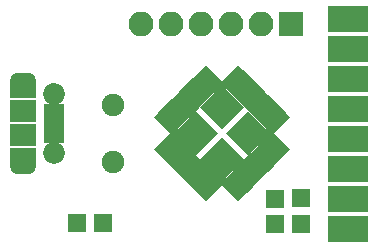
<source format=gbr>
G04 #@! TF.FileFunction,Soldermask,Top*
%FSLAX46Y46*%
G04 Gerber Fmt 4.6, Leading zero omitted, Abs format (unit mm)*
G04 Created by KiCad (PCBNEW 4.0.7) date 11/14/17 20:41:01*
%MOMM*%
%LPD*%
G01*
G04 APERTURE LIST*
%ADD10C,0.100000*%
%ADD11R,2.300000X1.900000*%
%ADD12C,1.850000*%
%ADD13R,1.750000X0.800000*%
%ADD14O,2.300000X1.600000*%
%ADD15R,2.300000X1.600000*%
%ADD16R,2.100000X2.100000*%
%ADD17O,2.100000X2.100000*%
%ADD18C,1.900000*%
%ADD19R,1.600000X1.600000*%
G04 APERTURE END LIST*
D10*
G36*
X133473553Y-109559128D02*
X131953274Y-108038849D01*
X132448249Y-107543874D01*
X133968528Y-109064153D01*
X133473553Y-109559128D01*
X133473553Y-109559128D01*
G37*
G36*
X133827106Y-109205575D02*
X132306827Y-107685296D01*
X132801802Y-107190321D01*
X134322081Y-108710600D01*
X133827106Y-109205575D01*
X133827106Y-109205575D01*
G37*
G36*
X134180660Y-108852021D02*
X132660381Y-107331742D01*
X133155356Y-106836767D01*
X134675635Y-108357046D01*
X134180660Y-108852021D01*
X134180660Y-108852021D01*
G37*
G36*
X134534213Y-108498468D02*
X133013934Y-106978189D01*
X133508909Y-106483214D01*
X135029188Y-108003493D01*
X134534213Y-108498468D01*
X134534213Y-108498468D01*
G37*
G36*
X134887766Y-108144915D02*
X133367487Y-106624636D01*
X133862462Y-106129661D01*
X135382741Y-107649940D01*
X134887766Y-108144915D01*
X134887766Y-108144915D01*
G37*
G36*
X134216016Y-105776107D02*
X135736295Y-107296386D01*
X135241320Y-107791361D01*
X133721041Y-106271082D01*
X134216016Y-105776107D01*
X134216016Y-105776107D01*
G37*
G36*
X135594873Y-107437808D02*
X134074594Y-105917529D01*
X134569569Y-105422554D01*
X136089848Y-106942833D01*
X135594873Y-107437808D01*
X135594873Y-107437808D01*
G37*
G36*
X135948427Y-107084254D02*
X134428148Y-105563975D01*
X134923123Y-105069000D01*
X136443402Y-106589279D01*
X135948427Y-107084254D01*
X135948427Y-107084254D01*
G37*
G36*
X136301980Y-106730701D02*
X134781701Y-105210422D01*
X135276676Y-104715447D01*
X136796955Y-106235726D01*
X136301980Y-106730701D01*
X136301980Y-106730701D01*
G37*
G36*
X136655533Y-106377148D02*
X135135254Y-104856869D01*
X135630229Y-104361894D01*
X137150508Y-105882173D01*
X136655533Y-106377148D01*
X136655533Y-106377148D01*
G37*
G36*
X137009087Y-106023594D02*
X135488808Y-104503315D01*
X135983783Y-104008340D01*
X137504062Y-105528619D01*
X137009087Y-106023594D01*
X137009087Y-106023594D01*
G37*
G36*
X137362640Y-105670041D02*
X135842361Y-104149762D01*
X136337336Y-103654787D01*
X137857615Y-105175066D01*
X137362640Y-105670041D01*
X137362640Y-105670041D01*
G37*
G36*
X136089848Y-111892581D02*
X134569569Y-113412860D01*
X134074594Y-112917885D01*
X135594873Y-111397606D01*
X136089848Y-111892581D01*
X136089848Y-111892581D01*
G37*
G36*
X135736295Y-111539028D02*
X134216016Y-113059307D01*
X133721041Y-112564332D01*
X135241320Y-111044053D01*
X135736295Y-111539028D01*
X135736295Y-111539028D01*
G37*
G36*
X135382741Y-111185474D02*
X133862462Y-112705753D01*
X133367487Y-112210778D01*
X134887766Y-110690499D01*
X135382741Y-111185474D01*
X135382741Y-111185474D01*
G37*
G36*
X135029188Y-110831921D02*
X133508909Y-112352200D01*
X133013934Y-111857225D01*
X134534213Y-110336946D01*
X135029188Y-110831921D01*
X135029188Y-110831921D01*
G37*
G36*
X134675635Y-110478368D02*
X133155356Y-111998647D01*
X132660381Y-111503672D01*
X134180660Y-109983393D01*
X134675635Y-110478368D01*
X134675635Y-110478368D01*
G37*
G36*
X134322081Y-110124814D02*
X132801802Y-111645093D01*
X132306827Y-111150118D01*
X133827106Y-109629839D01*
X134322081Y-110124814D01*
X134322081Y-110124814D01*
G37*
G36*
X136443402Y-112246135D02*
X134923123Y-113766414D01*
X134428148Y-113271439D01*
X135948427Y-111751160D01*
X136443402Y-112246135D01*
X136443402Y-112246135D01*
G37*
G36*
X133968528Y-109771261D02*
X132448249Y-111291540D01*
X131953274Y-110796565D01*
X133473553Y-109276286D01*
X133968528Y-109771261D01*
X133968528Y-109771261D01*
G37*
G36*
X136796955Y-112599688D02*
X135276676Y-114119967D01*
X134781701Y-113624992D01*
X136301980Y-112104713D01*
X136796955Y-112599688D01*
X136796955Y-112599688D01*
G37*
G36*
X137150508Y-112953241D02*
X135630229Y-114473520D01*
X135135254Y-113978545D01*
X136655533Y-112458266D01*
X137150508Y-112953241D01*
X137150508Y-112953241D01*
G37*
G36*
X137504062Y-113306795D02*
X135983783Y-114827074D01*
X135488808Y-114332099D01*
X137009087Y-112811820D01*
X137504062Y-113306795D01*
X137504062Y-113306795D01*
G37*
G36*
X137857615Y-113660348D02*
X136337336Y-115180627D01*
X135842361Y-114685652D01*
X137362640Y-113165373D01*
X137857615Y-113660348D01*
X137857615Y-113660348D01*
G37*
G36*
X141216372Y-113059307D02*
X139696093Y-111539028D01*
X140191068Y-111044053D01*
X141711347Y-112564332D01*
X141216372Y-113059307D01*
X141216372Y-113059307D01*
G37*
G36*
X140862819Y-113412860D02*
X139342540Y-111892581D01*
X139837515Y-111397606D01*
X141357794Y-112917885D01*
X140862819Y-113412860D01*
X140862819Y-113412860D01*
G37*
G36*
X140509265Y-113766414D02*
X138988986Y-112246135D01*
X139483961Y-111751160D01*
X141004240Y-113271439D01*
X140509265Y-113766414D01*
X140509265Y-113766414D01*
G37*
G36*
X140155712Y-114119967D02*
X138635433Y-112599688D01*
X139130408Y-112104713D01*
X140650687Y-113624992D01*
X140155712Y-114119967D01*
X140155712Y-114119967D01*
G37*
G36*
X139802159Y-114473520D02*
X138281880Y-112953241D01*
X138776855Y-112458266D01*
X140297134Y-113978545D01*
X139802159Y-114473520D01*
X139802159Y-114473520D01*
G37*
G36*
X139448605Y-114827074D02*
X137928326Y-113306795D01*
X138423301Y-112811820D01*
X139943580Y-114332099D01*
X139448605Y-114827074D01*
X139448605Y-114827074D01*
G37*
G36*
X139095052Y-115180627D02*
X137574773Y-113660348D01*
X138069748Y-113165373D01*
X139590027Y-114685652D01*
X139095052Y-115180627D01*
X139095052Y-115180627D01*
G37*
G36*
X141569926Y-112705753D02*
X140049647Y-111185474D01*
X140544622Y-110690499D01*
X142064901Y-112210778D01*
X141569926Y-112705753D01*
X141569926Y-112705753D01*
G37*
G36*
X141923479Y-112352200D02*
X140403200Y-110831921D01*
X140898175Y-110336946D01*
X142418454Y-111857225D01*
X141923479Y-112352200D01*
X141923479Y-112352200D01*
G37*
G36*
X142277032Y-111998647D02*
X140756753Y-110478368D01*
X141251728Y-109983393D01*
X142772007Y-111503672D01*
X142277032Y-111998647D01*
X142277032Y-111998647D01*
G37*
G36*
X142630586Y-111645093D02*
X141110307Y-110124814D01*
X141605282Y-109629839D01*
X143125561Y-111150118D01*
X142630586Y-111645093D01*
X142630586Y-111645093D01*
G37*
G36*
X142984139Y-111291540D02*
X141463860Y-109771261D01*
X141958835Y-109276286D01*
X143479114Y-110796565D01*
X142984139Y-111291540D01*
X142984139Y-111291540D01*
G37*
G36*
X141357794Y-105917529D02*
X139837515Y-107437808D01*
X139342540Y-106942833D01*
X140862819Y-105422554D01*
X141357794Y-105917529D01*
X141357794Y-105917529D01*
G37*
G36*
X141711347Y-106271082D02*
X140191068Y-107791361D01*
X139696093Y-107296386D01*
X141216372Y-105776107D01*
X141711347Y-106271082D01*
X141711347Y-106271082D01*
G37*
G36*
X141004240Y-105563975D02*
X139483961Y-107084254D01*
X138988986Y-106589279D01*
X140509265Y-105069000D01*
X141004240Y-105563975D01*
X141004240Y-105563975D01*
G37*
G36*
X140650687Y-105210422D02*
X139130408Y-106730701D01*
X138635433Y-106235726D01*
X140155712Y-104715447D01*
X140650687Y-105210422D01*
X140650687Y-105210422D01*
G37*
G36*
X140297134Y-104856869D02*
X138776855Y-106377148D01*
X138281880Y-105882173D01*
X139802159Y-104361894D01*
X140297134Y-104856869D01*
X140297134Y-104856869D01*
G37*
G36*
X139943580Y-104503315D02*
X138423301Y-106023594D01*
X137928326Y-105528619D01*
X139448605Y-104008340D01*
X139943580Y-104503315D01*
X139943580Y-104503315D01*
G37*
G36*
X139590027Y-104149762D02*
X138069748Y-105670041D01*
X137574773Y-105175066D01*
X139095052Y-103654787D01*
X139590027Y-104149762D01*
X139590027Y-104149762D01*
G37*
G36*
X142064901Y-106624636D02*
X140544622Y-108144915D01*
X140049647Y-107649940D01*
X141569926Y-106129661D01*
X142064901Y-106624636D01*
X142064901Y-106624636D01*
G37*
G36*
X142418454Y-106978189D02*
X140898175Y-108498468D01*
X140403200Y-108003493D01*
X141923479Y-106483214D01*
X142418454Y-106978189D01*
X142418454Y-106978189D01*
G37*
G36*
X142772007Y-107331742D02*
X141251728Y-108852021D01*
X140756753Y-108357046D01*
X142277032Y-106836767D01*
X142772007Y-107331742D01*
X142772007Y-107331742D01*
G37*
G36*
X143125561Y-107685296D02*
X141605282Y-109205575D01*
X141110307Y-108710600D01*
X142630586Y-107190321D01*
X143125561Y-107685296D01*
X143125561Y-107685296D01*
G37*
G36*
X143479114Y-108038849D02*
X141958835Y-109559128D01*
X141463860Y-109064153D01*
X142984139Y-107543874D01*
X143479114Y-108038849D01*
X143479114Y-108038849D01*
G37*
G36*
X135524163Y-111293237D02*
X133648633Y-109417707D01*
X135524163Y-107542177D01*
X137399693Y-109417707D01*
X135524163Y-111293237D01*
X135524163Y-111293237D01*
G37*
G36*
X139908225Y-111293237D02*
X138032695Y-109417707D01*
X139908225Y-107542177D01*
X141783755Y-109417707D01*
X139908225Y-111293237D01*
X139908225Y-111293237D01*
G37*
G36*
X137716194Y-109101206D02*
X135840664Y-107225676D01*
X137716194Y-105350146D01*
X139591724Y-107225676D01*
X137716194Y-109101206D01*
X137716194Y-109101206D01*
G37*
G36*
X137716194Y-113485268D02*
X135840664Y-111609738D01*
X137716194Y-109734208D01*
X139591724Y-111609738D01*
X137716194Y-113485268D01*
X137716194Y-113485268D01*
G37*
D11*
X120820200Y-109600000D03*
D12*
X123520200Y-106100000D03*
D13*
X123520200Y-107950000D03*
X123520200Y-107300000D03*
X123520200Y-109900000D03*
X123520200Y-109250000D03*
X123520200Y-108600000D03*
D12*
X123520200Y-111100000D03*
D11*
X120820200Y-107600000D03*
D14*
X120820200Y-105100000D03*
X120820200Y-112100000D03*
D15*
X120820200Y-111500000D03*
X120820200Y-105700000D03*
D10*
G36*
X146700000Y-100920000D02*
X146700000Y-98720000D01*
X150100000Y-98720000D01*
X150100000Y-100920000D01*
X146700000Y-100920000D01*
X146700000Y-100920000D01*
G37*
G36*
X146700000Y-103460000D02*
X146700000Y-101260000D01*
X150100000Y-101260000D01*
X150100000Y-103460000D01*
X146700000Y-103460000D01*
X146700000Y-103460000D01*
G37*
G36*
X146700000Y-106000000D02*
X146700000Y-103800000D01*
X150100000Y-103800000D01*
X150100000Y-106000000D01*
X146700000Y-106000000D01*
X146700000Y-106000000D01*
G37*
G36*
X146700000Y-108540000D02*
X146700000Y-106340000D01*
X150100000Y-106340000D01*
X150100000Y-108540000D01*
X146700000Y-108540000D01*
X146700000Y-108540000D01*
G37*
G36*
X146700000Y-111080000D02*
X146700000Y-108880000D01*
X150100000Y-108880000D01*
X150100000Y-111080000D01*
X146700000Y-111080000D01*
X146700000Y-111080000D01*
G37*
G36*
X146700000Y-113620000D02*
X146700000Y-111420000D01*
X150100000Y-111420000D01*
X150100000Y-113620000D01*
X146700000Y-113620000D01*
X146700000Y-113620000D01*
G37*
G36*
X146700000Y-116160000D02*
X146700000Y-113960000D01*
X150100000Y-113960000D01*
X150100000Y-116160000D01*
X146700000Y-116160000D01*
X146700000Y-116160000D01*
G37*
G36*
X146700000Y-118700000D02*
X146700000Y-116500000D01*
X150100000Y-116500000D01*
X150100000Y-118700000D01*
X146700000Y-118700000D01*
X146700000Y-118700000D01*
G37*
D16*
X143535400Y-100177600D03*
D17*
X140995400Y-100177600D03*
X138455400Y-100177600D03*
X135915400Y-100177600D03*
X133375400Y-100177600D03*
X130835400Y-100177600D03*
D18*
X128498600Y-111912400D03*
X128498600Y-107032400D03*
D19*
X127592000Y-117068600D03*
X125392000Y-117068600D03*
X144380912Y-117156150D03*
X144380912Y-114956150D03*
X142223600Y-117177000D03*
X142223600Y-114977000D03*
M02*

</source>
